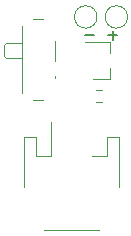
<source format=gbr>
%TF.GenerationSoftware,KiCad,Pcbnew,(6.0.6-0)*%
%TF.CreationDate,2022-09-06T19:20:28+02:00*%
%TF.ProjectId,pwrBrd,70777242-7264-42e6-9b69-6361645f7063,rev?*%
%TF.SameCoordinates,Original*%
%TF.FileFunction,Legend,Top*%
%TF.FilePolarity,Positive*%
%FSLAX46Y46*%
G04 Gerber Fmt 4.6, Leading zero omitted, Abs format (unit mm)*
G04 Created by KiCad (PCBNEW (6.0.6-0)) date 2022-09-06 19:20:28*
%MOMM*%
%LPD*%
G01*
G04 APERTURE LIST*
%ADD10C,0.150000*%
%ADD11C,0.120000*%
G04 APERTURE END LIST*
D10*
X6119047Y-4071428D02*
X6880952Y-4071428D01*
X8119047Y-4071428D02*
X8880952Y-4071428D01*
X8500000Y-4452380D02*
X8500000Y-3690476D01*
D11*
%TO.C,R3*%
X7045276Y-8677500D02*
X7554724Y-8677500D01*
X7045276Y-9722500D02*
X7554724Y-9722500D01*
%TO.C,TP3*%
X7150000Y-2500000D02*
G75*
G03*
X7150000Y-2500000I-950000J0D01*
G01*
%TO.C,J1*%
X2660000Y-20510000D02*
X7340000Y-20510000D01*
X9060000Y-12690000D02*
X8040000Y-12690000D01*
X940000Y-12690000D02*
X1960000Y-12690000D01*
X940000Y-16940000D02*
X940000Y-12690000D01*
X1960000Y-14290000D02*
X3240000Y-14290000D01*
X8040000Y-12690000D02*
X8040000Y-14290000D01*
X9060000Y-16940000D02*
X9060000Y-12690000D01*
X8040000Y-14290000D02*
X6760000Y-14290000D01*
X1960000Y-12690000D02*
X1960000Y-14290000D01*
X3240000Y-14290000D02*
X3240000Y-11400000D01*
%TO.C,Q1*%
X8260000Y-4620000D02*
X8260000Y-5550000D01*
X8260000Y-7780000D02*
X6800000Y-7780000D01*
X8260000Y-7780000D02*
X8260000Y-6850000D01*
X8260000Y-4620000D02*
X6100000Y-4620000D01*
%TO.C,SW1*%
X-520000Y-6000000D02*
X770000Y-6000000D01*
X-520000Y-6000000D02*
X-730000Y-5800000D01*
X3620000Y-4500000D02*
X3620000Y-6200000D01*
X2570000Y-2650000D02*
X1780000Y-2650000D01*
X-730000Y-4900000D02*
X-730000Y-5800000D01*
X770000Y-4700000D02*
X-520000Y-4700000D01*
X3620000Y-7500000D02*
X3620000Y-7700000D01*
X-520000Y-4700000D02*
X-730000Y-4900000D01*
X1780000Y-9550000D02*
X2570000Y-9550000D01*
X770000Y-3250000D02*
X770000Y-8950000D01*
%TO.C,TP2*%
X9750000Y-2500000D02*
G75*
G03*
X9750000Y-2500000I-950000J0D01*
G01*
%TD*%
M02*

</source>
